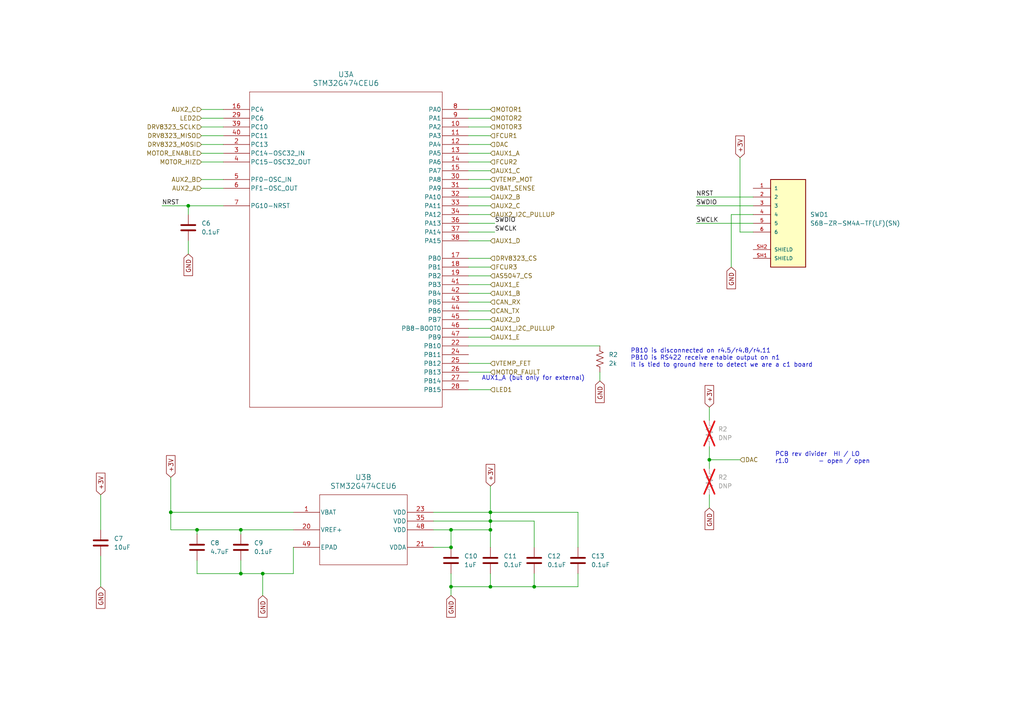
<source format=kicad_sch>
(kicad_sch (version 20230121) (generator eeschema)

  (uuid dd5144f5-b92c-4820-ac2c-f67cc71e4527)

  (paper "A4")

  (title_block
    (title "moteus-c1")
    (rev "1.0")
  )

  (lib_symbols
    (symbol "Device:C" (pin_numbers hide) (pin_names (offset 0.254)) (in_bom yes) (on_board yes)
      (property "Reference" "C" (at 0.635 2.54 0)
        (effects (font (size 1.27 1.27)) (justify left))
      )
      (property "Value" "C" (at 0.635 -2.54 0)
        (effects (font (size 1.27 1.27)) (justify left))
      )
      (property "Footprint" "" (at 0.9652 -3.81 0)
        (effects (font (size 1.27 1.27)) hide)
      )
      (property "Datasheet" "~" (at 0 0 0)
        (effects (font (size 1.27 1.27)) hide)
      )
      (property "ki_keywords" "cap capacitor" (at 0 0 0)
        (effects (font (size 1.27 1.27)) hide)
      )
      (property "ki_description" "Unpolarized capacitor" (at 0 0 0)
        (effects (font (size 1.27 1.27)) hide)
      )
      (property "ki_fp_filters" "C_*" (at 0 0 0)
        (effects (font (size 1.27 1.27)) hide)
      )
      (symbol "C_0_1"
        (polyline
          (pts
            (xy -2.032 -0.762)
            (xy 2.032 -0.762)
          )
          (stroke (width 0.508) (type default))
          (fill (type none))
        )
        (polyline
          (pts
            (xy -2.032 0.762)
            (xy 2.032 0.762)
          )
          (stroke (width 0.508) (type default))
          (fill (type none))
        )
      )
      (symbol "C_1_1"
        (pin passive line (at 0 3.81 270) (length 2.794)
          (name "~" (effects (font (size 1.27 1.27))))
          (number "1" (effects (font (size 1.27 1.27))))
        )
        (pin passive line (at 0 -3.81 90) (length 2.794)
          (name "~" (effects (font (size 1.27 1.27))))
          (number "2" (effects (font (size 1.27 1.27))))
        )
      )
    )
    (symbol "Device:R_US" (pin_numbers hide) (pin_names (offset 0)) (in_bom yes) (on_board yes)
      (property "Reference" "R" (at 2.54 0 90)
        (effects (font (size 1.27 1.27)))
      )
      (property "Value" "R_US" (at -2.54 0 90)
        (effects (font (size 1.27 1.27)))
      )
      (property "Footprint" "" (at 1.016 -0.254 90)
        (effects (font (size 1.27 1.27)) hide)
      )
      (property "Datasheet" "~" (at 0 0 0)
        (effects (font (size 1.27 1.27)) hide)
      )
      (property "ki_keywords" "R res resistor" (at 0 0 0)
        (effects (font (size 1.27 1.27)) hide)
      )
      (property "ki_description" "Resistor, US symbol" (at 0 0 0)
        (effects (font (size 1.27 1.27)) hide)
      )
      (property "ki_fp_filters" "R_*" (at 0 0 0)
        (effects (font (size 1.27 1.27)) hide)
      )
      (symbol "R_US_0_1"
        (polyline
          (pts
            (xy 0 -2.286)
            (xy 0 -2.54)
          )
          (stroke (width 0) (type default))
          (fill (type none))
        )
        (polyline
          (pts
            (xy 0 2.286)
            (xy 0 2.54)
          )
          (stroke (width 0) (type default))
          (fill (type none))
        )
        (polyline
          (pts
            (xy 0 -0.762)
            (xy 1.016 -1.143)
            (xy 0 -1.524)
            (xy -1.016 -1.905)
            (xy 0 -2.286)
          )
          (stroke (width 0) (type default))
          (fill (type none))
        )
        (polyline
          (pts
            (xy 0 0.762)
            (xy 1.016 0.381)
            (xy 0 0)
            (xy -1.016 -0.381)
            (xy 0 -0.762)
          )
          (stroke (width 0) (type default))
          (fill (type none))
        )
        (polyline
          (pts
            (xy 0 2.286)
            (xy 1.016 1.905)
            (xy 0 1.524)
            (xy -1.016 1.143)
            (xy 0 0.762)
          )
          (stroke (width 0) (type default))
          (fill (type none))
        )
      )
      (symbol "R_US_1_1"
        (pin passive line (at 0 3.81 270) (length 1.27)
          (name "~" (effects (font (size 1.27 1.27))))
          (number "1" (effects (font (size 1.27 1.27))))
        )
        (pin passive line (at 0 -3.81 90) (length 1.27)
          (name "~" (effects (font (size 1.27 1.27))))
          (number "2" (effects (font (size 1.27 1.27))))
        )
      )
    )
    (symbol "moteus:S6B-ZR-SM4A-TF(LF)(SN)" (pin_names (offset 1.016)) (in_bom yes) (on_board yes)
      (property "Reference" "J" (at -5.087 10.8098 0)
        (effects (font (size 1.27 1.27)) (justify left bottom))
      )
      (property "Value" "S6B-ZR-SM4A-TF(LF)(SN)" (at -5.08 -17.78 0)
        (effects (font (size 1.27 1.27)) (justify left bottom))
      )
      (property "Footprint" "S6B-ZR-SM4A-TF(LF)(SN):JST_S6B-ZR-SM4A-TF(LF)(SN)" (at 0 0 0)
        (effects (font (size 1.27 1.27)) (justify bottom) hide)
      )
      (property "Datasheet" "" (at 0 0 0)
        (effects (font (size 1.27 1.27)) hide)
      )
      (property "DigiKey_Part_Number" "" (at 0 0 0)
        (effects (font (size 1.27 1.27)) (justify bottom) hide)
      )
      (property "SnapEDA_Link" "https://www.snapeda.com/parts/S6B-ZR-SM4A-TF(LF)(SN)/JST+Sales+America+Inc./view-part/?ref=snap" (at 0 0 0)
        (effects (font (size 1.27 1.27)) (justify bottom) hide)
      )
      (property "Description" "\nConnector Header Surface Mount, Right Angle 6 position 0.059 (1.50mm)\n" (at 0 0 0)
        (effects (font (size 1.27 1.27)) (justify bottom) hide)
      )
      (property "Package" "None" (at 0 0 0)
        (effects (font (size 1.27 1.27)) (justify bottom) hide)
      )
      (property "Check_prices" "https://www.snapeda.com/parts/S6B-ZR-SM4A-TF(LF)(SN)/JST+Sales+America+Inc./view-part/?ref=eda" (at 0 0 0)
        (effects (font (size 1.27 1.27)) (justify bottom) hide)
      )
      (property "STANDARD" "Manufacturer recommendations" (at 0 0 0)
        (effects (font (size 1.27 1.27)) (justify bottom) hide)
      )
      (property "MF" "JST Sales America Inc." (at 0 0 0)
        (effects (font (size 1.27 1.27)) (justify bottom) hide)
      )
      (property "MP" "S6B-ZR-SM4A-TF(LF)(SN)" (at 0 0 0)
        (effects (font (size 1.27 1.27)) (justify bottom) hide)
      )
      (property "MANUFACTURER" "JST" (at 0 0 0)
        (effects (font (size 1.27 1.27)) (justify bottom) hide)
      )
      (symbol "S6B-ZR-SM4A-TF(LF)(SN)_0_0"
        (rectangle (start -5.08 10.16) (end 5.08 -15.24)
          (stroke (width 0.254) (type default))
          (fill (type background))
        )
        (pin passive line (at -10.16 7.62 0) (length 5.08)
          (name "1" (effects (font (size 1.016 1.016))))
          (number "1" (effects (font (size 1.016 1.016))))
        )
        (pin passive line (at -10.16 5.08 0) (length 5.08)
          (name "2" (effects (font (size 1.016 1.016))))
          (number "2" (effects (font (size 1.016 1.016))))
        )
        (pin passive line (at -10.16 2.54 0) (length 5.08)
          (name "3" (effects (font (size 1.016 1.016))))
          (number "3" (effects (font (size 1.016 1.016))))
        )
        (pin passive line (at -10.16 0 0) (length 5.08)
          (name "4" (effects (font (size 1.016 1.016))))
          (number "4" (effects (font (size 1.016 1.016))))
        )
        (pin passive line (at -10.16 -2.54 0) (length 5.08)
          (name "5" (effects (font (size 1.016 1.016))))
          (number "5" (effects (font (size 1.016 1.016))))
        )
        (pin passive line (at -10.16 -5.08 0) (length 5.08)
          (name "6" (effects (font (size 1.016 1.016))))
          (number "6" (effects (font (size 1.016 1.016))))
        )
        (pin passive line (at -10.16 -12.7 0) (length 5.08)
          (name "SHIELD" (effects (font (size 1.016 1.016))))
          (number "SH1" (effects (font (size 1.016 1.016))))
        )
        (pin passive line (at -10.16 -10.16 0) (length 5.08)
          (name "SHIELD" (effects (font (size 1.016 1.016))))
          (number "SH2" (effects (font (size 1.016 1.016))))
        )
      )
    )
    (symbol "moteus:STM32G474CEU6" (pin_names (offset 0.254)) (in_bom yes) (on_board yes)
      (property "Reference" "U" (at 35.56 10.16 0)
        (effects (font (size 1.524 1.524)))
      )
      (property "Value" "STM32G474CEU6" (at 35.56 7.62 0)
        (effects (font (size 1.524 1.524)))
      )
      (property "Footprint" "UFQFPN-48_7X7X0P55MM" (at 36.83 -83.82 0)
        (effects (font (size 1.27 1.27) italic) hide)
      )
      (property "Datasheet" "STM32G474CEU6" (at 33.02 -81.28 0)
        (effects (font (size 1.27 1.27) italic) hide)
      )
      (property "ki_locked" "" (at 0 0 0)
        (effects (font (size 1.27 1.27)))
      )
      (property "ki_keywords" "STM32G474CEU6" (at 0 0 0)
        (effects (font (size 1.27 1.27)) hide)
      )
      (property "ki_fp_filters" "UFQFPN-48_7X7X0P55MM UFQFPN-48_7X7X0P55MM-M UFQFPN-48_7X7X0P55MM-L" (at 0 0 0)
        (effects (font (size 1.27 1.27)) hide)
      )
      (symbol "STM32G474CEU6_1_1"
        (polyline
          (pts
            (xy 7.62 -86.36)
            (xy 63.5 -86.36)
          )
          (stroke (width 0.127) (type default))
          (fill (type none))
        )
        (polyline
          (pts
            (xy 7.62 5.08)
            (xy 7.62 -86.36)
          )
          (stroke (width 0.127) (type default))
          (fill (type none))
        )
        (polyline
          (pts
            (xy 63.5 -86.36)
            (xy 63.5 5.08)
          )
          (stroke (width 0.127) (type default))
          (fill (type none))
        )
        (polyline
          (pts
            (xy 63.5 5.08)
            (xy 7.62 5.08)
          )
          (stroke (width 0.127) (type default))
          (fill (type none))
        )
        (pin bidirectional line (at 0 -5.08 0) (length 7.62)
          (name "PA2" (effects (font (size 1.27 1.27))))
          (number "10" (effects (font (size 1.27 1.27))))
        )
        (pin bidirectional line (at 0 -7.62 0) (length 7.62)
          (name "PA3" (effects (font (size 1.27 1.27))))
          (number "11" (effects (font (size 1.27 1.27))))
        )
        (pin bidirectional line (at 0 -10.16 0) (length 7.62)
          (name "PA4" (effects (font (size 1.27 1.27))))
          (number "12" (effects (font (size 1.27 1.27))))
        )
        (pin bidirectional line (at 0 -12.7 0) (length 7.62)
          (name "PA5" (effects (font (size 1.27 1.27))))
          (number "13" (effects (font (size 1.27 1.27))))
        )
        (pin bidirectional line (at 0 -15.24 0) (length 7.62)
          (name "PA6" (effects (font (size 1.27 1.27))))
          (number "14" (effects (font (size 1.27 1.27))))
        )
        (pin bidirectional line (at 0 -17.78 0) (length 7.62)
          (name "PA7" (effects (font (size 1.27 1.27))))
          (number "15" (effects (font (size 1.27 1.27))))
        )
        (pin bidirectional line (at 71.12 0 180) (length 7.62)
          (name "PC4" (effects (font (size 1.27 1.27))))
          (number "16" (effects (font (size 1.27 1.27))))
        )
        (pin bidirectional line (at 0 -43.18 0) (length 7.62)
          (name "PB0" (effects (font (size 1.27 1.27))))
          (number "17" (effects (font (size 1.27 1.27))))
        )
        (pin bidirectional line (at 0 -45.72 0) (length 7.62)
          (name "PB1" (effects (font (size 1.27 1.27))))
          (number "18" (effects (font (size 1.27 1.27))))
        )
        (pin bidirectional line (at 0 -48.26 0) (length 7.62)
          (name "PB2" (effects (font (size 1.27 1.27))))
          (number "19" (effects (font (size 1.27 1.27))))
        )
        (pin bidirectional line (at 71.12 -10.16 180) (length 7.62)
          (name "PC13" (effects (font (size 1.27 1.27))))
          (number "2" (effects (font (size 1.27 1.27))))
        )
        (pin bidirectional line (at 0 -68.58 0) (length 7.62)
          (name "PB10" (effects (font (size 1.27 1.27))))
          (number "22" (effects (font (size 1.27 1.27))))
        )
        (pin bidirectional line (at 0 -71.12 0) (length 7.62)
          (name "PB11" (effects (font (size 1.27 1.27))))
          (number "24" (effects (font (size 1.27 1.27))))
        )
        (pin bidirectional line (at 0 -73.66 0) (length 7.62)
          (name "PB12" (effects (font (size 1.27 1.27))))
          (number "25" (effects (font (size 1.27 1.27))))
        )
        (pin bidirectional line (at 0 -76.2 0) (length 7.62)
          (name "PB13" (effects (font (size 1.27 1.27))))
          (number "26" (effects (font (size 1.27 1.27))))
        )
        (pin bidirectional line (at 0 -78.74 0) (length 7.62)
          (name "PB14" (effects (font (size 1.27 1.27))))
          (number "27" (effects (font (size 1.27 1.27))))
        )
        (pin bidirectional line (at 0 -81.28 0) (length 7.62)
          (name "PB15" (effects (font (size 1.27 1.27))))
          (number "28" (effects (font (size 1.27 1.27))))
        )
        (pin bidirectional line (at 71.12 -2.54 180) (length 7.62)
          (name "PC6" (effects (font (size 1.27 1.27))))
          (number "29" (effects (font (size 1.27 1.27))))
        )
        (pin bidirectional line (at 71.12 -12.7 180) (length 7.62)
          (name "PC14-OSC32_IN" (effects (font (size 1.27 1.27))))
          (number "3" (effects (font (size 1.27 1.27))))
        )
        (pin bidirectional line (at 0 -20.32 0) (length 7.62)
          (name "PA8" (effects (font (size 1.27 1.27))))
          (number "30" (effects (font (size 1.27 1.27))))
        )
        (pin bidirectional line (at 0 -22.86 0) (length 7.62)
          (name "PA9" (effects (font (size 1.27 1.27))))
          (number "31" (effects (font (size 1.27 1.27))))
        )
        (pin bidirectional line (at 0 -25.4 0) (length 7.62)
          (name "PA10" (effects (font (size 1.27 1.27))))
          (number "32" (effects (font (size 1.27 1.27))))
        )
        (pin bidirectional line (at 0 -27.94 0) (length 7.62)
          (name "PA11" (effects (font (size 1.27 1.27))))
          (number "33" (effects (font (size 1.27 1.27))))
        )
        (pin bidirectional line (at 0 -30.48 0) (length 7.62)
          (name "PA12" (effects (font (size 1.27 1.27))))
          (number "34" (effects (font (size 1.27 1.27))))
        )
        (pin bidirectional line (at 0 -33.02 0) (length 7.62)
          (name "PA13" (effects (font (size 1.27 1.27))))
          (number "36" (effects (font (size 1.27 1.27))))
        )
        (pin bidirectional line (at 0 -35.56 0) (length 7.62)
          (name "PA14" (effects (font (size 1.27 1.27))))
          (number "37" (effects (font (size 1.27 1.27))))
        )
        (pin bidirectional line (at 0 -38.1 0) (length 7.62)
          (name "PA15" (effects (font (size 1.27 1.27))))
          (number "38" (effects (font (size 1.27 1.27))))
        )
        (pin bidirectional line (at 71.12 -5.08 180) (length 7.62)
          (name "PC10" (effects (font (size 1.27 1.27))))
          (number "39" (effects (font (size 1.27 1.27))))
        )
        (pin bidirectional line (at 71.12 -15.24 180) (length 7.62)
          (name "PC15-OSC32_OUT" (effects (font (size 1.27 1.27))))
          (number "4" (effects (font (size 1.27 1.27))))
        )
        (pin bidirectional line (at 71.12 -7.62 180) (length 7.62)
          (name "PC11" (effects (font (size 1.27 1.27))))
          (number "40" (effects (font (size 1.27 1.27))))
        )
        (pin bidirectional line (at 0 -50.8 0) (length 7.62)
          (name "PB3" (effects (font (size 1.27 1.27))))
          (number "41" (effects (font (size 1.27 1.27))))
        )
        (pin bidirectional line (at 0 -53.34 0) (length 7.62)
          (name "PB4" (effects (font (size 1.27 1.27))))
          (number "42" (effects (font (size 1.27 1.27))))
        )
        (pin bidirectional line (at 0 -55.88 0) (length 7.62)
          (name "PB5" (effects (font (size 1.27 1.27))))
          (number "43" (effects (font (size 1.27 1.27))))
        )
        (pin bidirectional line (at 0 -58.42 0) (length 7.62)
          (name "PB6" (effects (font (size 1.27 1.27))))
          (number "44" (effects (font (size 1.27 1.27))))
        )
        (pin bidirectional line (at 0 -60.96 0) (length 7.62)
          (name "PB7" (effects (font (size 1.27 1.27))))
          (number "45" (effects (font (size 1.27 1.27))))
        )
        (pin bidirectional line (at 0 -63.5 0) (length 7.62)
          (name "PB8-BOOT0" (effects (font (size 1.27 1.27))))
          (number "46" (effects (font (size 1.27 1.27))))
        )
        (pin bidirectional line (at 0 -66.04 0) (length 7.62)
          (name "PB9" (effects (font (size 1.27 1.27))))
          (number "47" (effects (font (size 1.27 1.27))))
        )
        (pin bidirectional line (at 71.12 -20.32 180) (length 7.62)
          (name "PF0-OSC_IN" (effects (font (size 1.27 1.27))))
          (number "5" (effects (font (size 1.27 1.27))))
        )
        (pin bidirectional line (at 71.12 -22.86 180) (length 7.62)
          (name "PF1-OSC_OUT" (effects (font (size 1.27 1.27))))
          (number "6" (effects (font (size 1.27 1.27))))
        )
        (pin bidirectional line (at 71.12 -27.94 180) (length 7.62)
          (name "PG10-NRST" (effects (font (size 1.27 1.27))))
          (number "7" (effects (font (size 1.27 1.27))))
        )
        (pin bidirectional line (at 0 0 0) (length 7.62)
          (name "PA0" (effects (font (size 1.27 1.27))))
          (number "8" (effects (font (size 1.27 1.27))))
        )
        (pin bidirectional line (at 0 -2.54 0) (length 7.62)
          (name "PA1" (effects (font (size 1.27 1.27))))
          (number "9" (effects (font (size 1.27 1.27))))
        )
      )
      (symbol "STM32G474CEU6_2_1"
        (polyline
          (pts
            (xy 7.62 -15.24)
            (xy 33.02 -15.24)
          )
          (stroke (width 0.127) (type default))
          (fill (type none))
        )
        (polyline
          (pts
            (xy 7.62 5.08)
            (xy 7.62 -15.24)
          )
          (stroke (width 0.127) (type default))
          (fill (type none))
        )
        (polyline
          (pts
            (xy 33.02 -15.24)
            (xy 33.02 5.08)
          )
          (stroke (width 0.127) (type default))
          (fill (type none))
        )
        (polyline
          (pts
            (xy 33.02 5.08)
            (xy 7.62 5.08)
          )
          (stroke (width 0.127) (type default))
          (fill (type none))
        )
        (pin power_in line (at 0 0 0) (length 7.62)
          (name "VBAT" (effects (font (size 1.27 1.27))))
          (number "1" (effects (font (size 1.27 1.27))))
        )
        (pin power_in line (at 0 -5.08 0) (length 7.62)
          (name "VREF+" (effects (font (size 1.27 1.27))))
          (number "20" (effects (font (size 1.27 1.27))))
        )
        (pin power_in line (at 40.64 -10.16 180) (length 7.62)
          (name "VDDA" (effects (font (size 1.27 1.27))))
          (number "21" (effects (font (size 1.27 1.27))))
        )
        (pin power_in line (at 40.64 0 180) (length 7.62)
          (name "VDD" (effects (font (size 1.27 1.27))))
          (number "23" (effects (font (size 1.27 1.27))))
        )
        (pin power_in line (at 40.64 -2.54 180) (length 7.62)
          (name "VDD" (effects (font (size 1.27 1.27))))
          (number "35" (effects (font (size 1.27 1.27))))
        )
        (pin power_in line (at 40.64 -5.08 180) (length 7.62)
          (name "VDD" (effects (font (size 1.27 1.27))))
          (number "48" (effects (font (size 1.27 1.27))))
        )
        (pin unspecified line (at 0 -10.16 0) (length 7.62)
          (name "EPAD" (effects (font (size 1.27 1.27))))
          (number "49" (effects (font (size 1.27 1.27))))
        )
      )
    )
  )

  (junction (at 142.24 148.59) (diameter 0) (color 0 0 0 0)
    (uuid 03104c7c-0ad5-4acd-a2a1-c9fd527a1fb6)
  )
  (junction (at 154.94 170.18) (diameter 0) (color 0 0 0 0)
    (uuid 4920f171-3472-411e-81da-4d4e0d3cfb42)
  )
  (junction (at 205.74 133.35) (diameter 0) (color 0 0 0 0)
    (uuid 53949058-0e1d-40c3-876c-fdba2117a9a3)
  )
  (junction (at 142.24 170.18) (diameter 0) (color 0 0 0 0)
    (uuid 5b95ea9a-918d-4707-b1b4-3fae35d863f4)
  )
  (junction (at 142.24 153.67) (diameter 0) (color 0 0 0 0)
    (uuid 5c85a3c9-155e-4e40-b7fe-563b35c014ae)
  )
  (junction (at 69.85 166.37) (diameter 0) (color 0 0 0 0)
    (uuid 5d43156f-c6d4-407c-b73d-1f56ec5def1f)
  )
  (junction (at 76.2 166.37) (diameter 0) (color 0 0 0 0)
    (uuid 5f9d700c-2850-4dc1-a78a-fa2e5e8f0ddf)
  )
  (junction (at 69.85 153.67) (diameter 0) (color 0 0 0 0)
    (uuid 69c19a07-0d67-40e9-9223-d8610c925cc9)
  )
  (junction (at 49.53 148.59) (diameter 0) (color 0 0 0 0)
    (uuid 8ab201df-772d-48d8-a6a3-75ede71e875a)
  )
  (junction (at 130.81 153.67) (diameter 0) (color 0 0 0 0)
    (uuid 8fe3cb30-dbf1-4c71-98d4-6486265ae47d)
  )
  (junction (at 142.24 151.13) (diameter 0) (color 0 0 0 0)
    (uuid a6124a13-a8b5-410b-a7a6-b6789201a8ad)
  )
  (junction (at 130.81 170.18) (diameter 0) (color 0 0 0 0)
    (uuid a7efc5d0-4b03-4ab2-8170-951c1f71267e)
  )
  (junction (at 54.61 59.69) (diameter 0) (color 0 0 0 0)
    (uuid b066332a-d3b7-4bc6-9039-4a6336b3c83e)
  )
  (junction (at 130.81 158.75) (diameter 0) (color 0 0 0 0)
    (uuid daf7a0f5-2c5d-4cc1-ad7f-d76a1723cb68)
  )
  (junction (at 57.15 153.67) (diameter 0) (color 0 0 0 0)
    (uuid fb14e20a-9d44-4123-a50a-e44185d51278)
  )

  (wire (pts (xy 135.89 46.99) (xy 142.24 46.99))
    (stroke (width 0) (type default))
    (uuid 013beccb-2dde-4990-8151-b2d96e98912b)
  )
  (wire (pts (xy 135.89 62.23) (xy 142.24 62.23))
    (stroke (width 0) (type default))
    (uuid 02a97c38-03f8-4d65-8284-c6f1671d5d73)
  )
  (wire (pts (xy 154.94 170.18) (xy 154.94 166.37))
    (stroke (width 0) (type default))
    (uuid 0797fbf8-7a66-4345-af41-8d160ead0869)
  )
  (wire (pts (xy 69.85 166.37) (xy 76.2 166.37))
    (stroke (width 0) (type default))
    (uuid 090f474e-edf5-46d2-b9e3-21f1400812f5)
  )
  (wire (pts (xy 58.42 31.75) (xy 64.77 31.75))
    (stroke (width 0) (type default))
    (uuid 0980c3a3-22f6-45d3-80d9-6bbcc42a5b2e)
  )
  (wire (pts (xy 57.15 153.67) (xy 57.15 154.94))
    (stroke (width 0) (type default))
    (uuid 0af79fb6-aff4-40f6-9198-3b77c2a28522)
  )
  (wire (pts (xy 142.24 153.67) (xy 142.24 158.75))
    (stroke (width 0) (type default))
    (uuid 0cbbfb96-3ae6-474c-b062-72f69bd42879)
  )
  (wire (pts (xy 135.89 59.69) (xy 142.24 59.69))
    (stroke (width 0) (type default))
    (uuid 0dedbe62-eff2-4f1b-93f8-ee81396b2d54)
  )
  (wire (pts (xy 135.89 113.03) (xy 142.24 113.03))
    (stroke (width 0) (type default))
    (uuid 0e1c498d-53eb-4a51-aaaa-f30d35559712)
  )
  (wire (pts (xy 135.89 36.83) (xy 142.24 36.83))
    (stroke (width 0) (type default))
    (uuid 0fbfdfae-ecc9-4f86-ab33-a844f9ead130)
  )
  (wire (pts (xy 46.99 59.69) (xy 54.61 59.69))
    (stroke (width 0) (type default))
    (uuid 1093126e-449e-4ce3-ba79-2bf1a1d4e6f2)
  )
  (wire (pts (xy 142.24 170.18) (xy 142.24 166.37))
    (stroke (width 0) (type default))
    (uuid 110aade3-34dd-431c-82b0-fe5cb047fe00)
  )
  (wire (pts (xy 135.89 95.25) (xy 142.24 95.25))
    (stroke (width 0) (type default))
    (uuid 1d866785-e48b-4f24-b502-fa0db97df0a3)
  )
  (wire (pts (xy 57.15 153.67) (xy 49.53 153.67))
    (stroke (width 0) (type default))
    (uuid 2555a5e6-0120-4b3c-9777-6d640f8038e4)
  )
  (wire (pts (xy 142.24 148.59) (xy 142.24 151.13))
    (stroke (width 0) (type default))
    (uuid 2761c314-452e-4545-8457-84da1c61ce40)
  )
  (wire (pts (xy 205.74 118.11) (xy 205.74 121.92))
    (stroke (width 0) (type default))
    (uuid 2835bf20-8792-4d1d-a3af-df8ec2910e50)
  )
  (wire (pts (xy 69.85 162.56) (xy 69.85 166.37))
    (stroke (width 0) (type default))
    (uuid 3232af57-7cc2-473e-bc64-69a1102843b0)
  )
  (wire (pts (xy 173.99 107.95) (xy 173.99 110.49))
    (stroke (width 0) (type default))
    (uuid 347c514d-7eb2-45d7-9681-f12c6005af04)
  )
  (wire (pts (xy 29.21 161.29) (xy 29.21 170.18))
    (stroke (width 0) (type default))
    (uuid 35098ba1-7a7a-4bbb-9300-f29129380417)
  )
  (wire (pts (xy 218.44 62.23) (xy 212.09 62.23))
    (stroke (width 0) (type default))
    (uuid 36ccb71d-b71b-45eb-af7a-98011a9b6798)
  )
  (wire (pts (xy 54.61 62.23) (xy 54.61 59.69))
    (stroke (width 0) (type default))
    (uuid 380b1e9a-0bcd-4b2b-93d8-46ff6255e3cf)
  )
  (wire (pts (xy 154.94 170.18) (xy 167.64 170.18))
    (stroke (width 0) (type default))
    (uuid 3865672f-3ebd-4a24-ba46-439284e4c2ec)
  )
  (wire (pts (xy 76.2 166.37) (xy 76.2 172.72))
    (stroke (width 0) (type default))
    (uuid 3b8c2e37-453c-4338-8132-c190f98f0965)
  )
  (wire (pts (xy 135.89 57.15) (xy 142.24 57.15))
    (stroke (width 0) (type default))
    (uuid 3beced82-8305-4c2f-be8e-41d2227a2c89)
  )
  (wire (pts (xy 154.94 151.13) (xy 154.94 158.75))
    (stroke (width 0) (type default))
    (uuid 3ccd304f-aedf-4c10-b0ad-49437650f984)
  )
  (wire (pts (xy 135.89 31.75) (xy 142.24 31.75))
    (stroke (width 0) (type default))
    (uuid 47e2316e-77a0-49a3-b044-335a8d260f3d)
  )
  (wire (pts (xy 69.85 153.67) (xy 69.85 154.94))
    (stroke (width 0) (type default))
    (uuid 4ef8af5e-f42a-410b-abef-c314142535d0)
  )
  (wire (pts (xy 135.89 100.33) (xy 173.99 100.33))
    (stroke (width 0) (type default))
    (uuid 503fc39b-d994-4fdf-855b-090e87a8e38a)
  )
  (wire (pts (xy 57.15 166.37) (xy 69.85 166.37))
    (stroke (width 0) (type default))
    (uuid 514b169a-f941-4fdc-a4cc-13d3474049a0)
  )
  (wire (pts (xy 135.89 52.07) (xy 142.24 52.07))
    (stroke (width 0) (type default))
    (uuid 54734366-159f-4e71-b4a9-c576d5290a83)
  )
  (wire (pts (xy 135.89 90.17) (xy 142.24 90.17))
    (stroke (width 0) (type default))
    (uuid 5b0d9555-8893-4b11-9757-43a01262db40)
  )
  (wire (pts (xy 142.24 151.13) (xy 154.94 151.13))
    (stroke (width 0) (type default))
    (uuid 65052924-b9ba-4d0d-8d55-639b86c5bd3c)
  )
  (wire (pts (xy 58.42 36.83) (xy 64.77 36.83))
    (stroke (width 0) (type default))
    (uuid 65c3cb13-58ed-412b-ab3e-4d57286ad506)
  )
  (wire (pts (xy 201.93 59.69) (xy 218.44 59.69))
    (stroke (width 0) (type default))
    (uuid 65fb3027-d2f0-4c5e-a19f-ec5d588f650c)
  )
  (wire (pts (xy 58.42 34.29) (xy 64.77 34.29))
    (stroke (width 0) (type default))
    (uuid 6a96ac82-bf8b-457d-822e-91a0a4b2b8ea)
  )
  (wire (pts (xy 69.85 153.67) (xy 57.15 153.67))
    (stroke (width 0) (type default))
    (uuid 6adf0b3c-091f-4b9c-bc2b-9a934cc7b2d8)
  )
  (wire (pts (xy 49.53 153.67) (xy 49.53 148.59))
    (stroke (width 0) (type default))
    (uuid 70e60f8d-b8b4-43fc-92b3-6e360e7eef6a)
  )
  (wire (pts (xy 142.24 151.13) (xy 142.24 153.67))
    (stroke (width 0) (type default))
    (uuid 73981c60-3977-4d8d-9ff2-54036fd805a5)
  )
  (wire (pts (xy 135.89 54.61) (xy 142.24 54.61))
    (stroke (width 0) (type default))
    (uuid 78c2fc21-b139-4559-8e52-c4eced2185cd)
  )
  (wire (pts (xy 130.81 153.67) (xy 142.24 153.67))
    (stroke (width 0) (type default))
    (uuid 7d594f0f-85e9-4fdf-b8e3-efe6653dd77b)
  )
  (wire (pts (xy 135.89 85.09) (xy 142.24 85.09))
    (stroke (width 0) (type default))
    (uuid 7dcfa6f5-05a7-4693-94dc-f34d171d7fbe)
  )
  (wire (pts (xy 125.73 148.59) (xy 142.24 148.59))
    (stroke (width 0) (type default))
    (uuid 7eb74cd3-6ebf-4630-b7df-6037266d8e1e)
  )
  (wire (pts (xy 135.89 82.55) (xy 142.24 82.55))
    (stroke (width 0) (type default))
    (uuid 7f77f2e7-324e-4466-94f7-b5ec1723b65a)
  )
  (wire (pts (xy 205.74 143.51) (xy 205.74 147.32))
    (stroke (width 0) (type default))
    (uuid 85c35763-0ca4-4db5-86f0-b8177d36016c)
  )
  (wire (pts (xy 135.89 69.85) (xy 142.24 69.85))
    (stroke (width 0) (type default))
    (uuid 87f15986-d1a7-4d43-aca1-0e2cb3b8128f)
  )
  (wire (pts (xy 201.93 57.15) (xy 218.44 57.15))
    (stroke (width 0) (type default))
    (uuid 88e93f2e-9d8f-446b-baee-a6cabc026501)
  )
  (wire (pts (xy 135.89 49.53) (xy 142.24 49.53))
    (stroke (width 0) (type default))
    (uuid 8abbdd02-c97b-46df-a9cf-910f0affa7bf)
  )
  (wire (pts (xy 135.89 97.79) (xy 142.24 97.79))
    (stroke (width 0) (type default))
    (uuid 8b5a41f3-1c2d-4a92-857d-4cb48164a30a)
  )
  (wire (pts (xy 135.89 44.45) (xy 142.24 44.45))
    (stroke (width 0) (type default))
    (uuid 8d9e722b-7548-4a47-9f32-c042b6649e8b)
  )
  (wire (pts (xy 57.15 162.56) (xy 57.15 166.37))
    (stroke (width 0) (type default))
    (uuid 90fd8030-9f77-40b9-a9c1-fccd07502dd9)
  )
  (wire (pts (xy 205.74 133.35) (xy 205.74 135.89))
    (stroke (width 0) (type default))
    (uuid 9a16fa65-c06a-4bcc-8257-6d15e8f41c1a)
  )
  (wire (pts (xy 135.89 64.77) (xy 143.51 64.77))
    (stroke (width 0) (type default))
    (uuid 9a2006a7-9643-4eca-abac-55cb314a09b4)
  )
  (wire (pts (xy 58.42 39.37) (xy 64.77 39.37))
    (stroke (width 0) (type default))
    (uuid 9f3692c2-e52b-4f2c-9cb0-cd1af1bdf8e5)
  )
  (wire (pts (xy 49.53 138.43) (xy 49.53 148.59))
    (stroke (width 0) (type default))
    (uuid a15d31f1-48a3-4a87-8dd9-96e71b77ecbb)
  )
  (wire (pts (xy 130.81 158.75) (xy 130.81 153.67))
    (stroke (width 0) (type default))
    (uuid a224fa36-2f32-4417-b0e3-185c858dca2d)
  )
  (wire (pts (xy 85.09 158.75) (xy 85.09 166.37))
    (stroke (width 0) (type default))
    (uuid a574db76-cbc2-4fab-9f78-9c0c8aafa2aa)
  )
  (wire (pts (xy 135.89 87.63) (xy 142.24 87.63))
    (stroke (width 0) (type default))
    (uuid a578caf1-6633-487a-a5d7-08aaf6b6ff1e)
  )
  (wire (pts (xy 214.63 67.31) (xy 218.44 67.31))
    (stroke (width 0) (type default))
    (uuid a7381f8a-6aa3-46a6-bfc1-e3cd1ced5b40)
  )
  (wire (pts (xy 135.89 67.31) (xy 143.51 67.31))
    (stroke (width 0) (type default))
    (uuid a74b6679-fd4d-4b30-b9b8-24d7be3c15a6)
  )
  (wire (pts (xy 135.89 105.41) (xy 142.24 105.41))
    (stroke (width 0) (type default))
    (uuid a7fa5a54-ea2e-4746-8bb7-62ee2e210aeb)
  )
  (wire (pts (xy 58.42 41.91) (xy 64.77 41.91))
    (stroke (width 0) (type default))
    (uuid a8795bd6-9d5e-4fd9-a001-17ec545eeee0)
  )
  (wire (pts (xy 85.09 153.67) (xy 69.85 153.67))
    (stroke (width 0) (type default))
    (uuid ab367e96-af58-4a8f-bfe2-54eb9e73c35c)
  )
  (wire (pts (xy 201.93 64.77) (xy 218.44 64.77))
    (stroke (width 0) (type default))
    (uuid aee9d42e-0f72-4985-a760-de6fc62d483b)
  )
  (wire (pts (xy 142.24 148.59) (xy 167.64 148.59))
    (stroke (width 0) (type default))
    (uuid af207a12-1887-4764-8b14-177a7e1a083a)
  )
  (wire (pts (xy 130.81 170.18) (xy 130.81 172.72))
    (stroke (width 0) (type default))
    (uuid b0f84971-f564-4e47-a335-0baee527ba81)
  )
  (wire (pts (xy 135.89 41.91) (xy 142.24 41.91))
    (stroke (width 0) (type default))
    (uuid b396523f-65c2-4cfa-8ce7-48900bb03064)
  )
  (wire (pts (xy 135.89 107.95) (xy 142.24 107.95))
    (stroke (width 0) (type default))
    (uuid bb56b311-4ecf-4be2-abf4-86e25d01c09f)
  )
  (wire (pts (xy 205.74 133.35) (xy 214.63 133.35))
    (stroke (width 0) (type default))
    (uuid befb9e92-f5da-4f0e-a420-2998c5d53bd1)
  )
  (wire (pts (xy 205.74 129.54) (xy 205.74 133.35))
    (stroke (width 0) (type default))
    (uuid c04d013c-229c-4acb-a332-56d2b9ee4010)
  )
  (wire (pts (xy 130.81 170.18) (xy 142.24 170.18))
    (stroke (width 0) (type default))
    (uuid c152d52a-06c0-4683-85f7-3916b25ac111)
  )
  (wire (pts (xy 167.64 148.59) (xy 167.64 158.75))
    (stroke (width 0) (type default))
    (uuid c5e4e74f-ea1a-4a9c-8226-67e0580519ee)
  )
  (wire (pts (xy 125.73 151.13) (xy 142.24 151.13))
    (stroke (width 0) (type default))
    (uuid c617af36-60f5-4a21-a274-143f24fdcb97)
  )
  (wire (pts (xy 29.21 143.51) (xy 29.21 153.67))
    (stroke (width 0) (type default))
    (uuid cb03243c-bc5e-4e42-8f10-6013f21c6209)
  )
  (wire (pts (xy 135.89 74.93) (xy 142.24 74.93))
    (stroke (width 0) (type default))
    (uuid cba467dc-5775-474e-938a-0c48bcb9b469)
  )
  (wire (pts (xy 135.89 92.71) (xy 142.24 92.71))
    (stroke (width 0) (type default))
    (uuid cd6b7466-5979-43c1-b611-4f1fe757defe)
  )
  (wire (pts (xy 214.63 45.72) (xy 214.63 67.31))
    (stroke (width 0) (type default))
    (uuid ceb2e626-7ee7-40be-bea0-31541a7bb777)
  )
  (wire (pts (xy 125.73 153.67) (xy 130.81 153.67))
    (stroke (width 0) (type default))
    (uuid cfb112d9-c9c4-4b69-89f6-3672d073e62d)
  )
  (wire (pts (xy 142.24 170.18) (xy 154.94 170.18))
    (stroke (width 0) (type default))
    (uuid d235fb4a-9ddd-45f7-9a0f-a41cd013e80e)
  )
  (wire (pts (xy 135.89 80.01) (xy 142.24 80.01))
    (stroke (width 0) (type default))
    (uuid d5d94b9d-55a1-4fa5-89a5-bc8eff5a98d2)
  )
  (wire (pts (xy 135.89 39.37) (xy 142.24 39.37))
    (stroke (width 0) (type default))
    (uuid d9d916a5-4afe-48c4-96e9-2ee4b5300963)
  )
  (wire (pts (xy 212.09 62.23) (xy 212.09 77.47))
    (stroke (width 0) (type default))
    (uuid dbc22388-8877-4858-a7c1-3ee449952621)
  )
  (wire (pts (xy 167.64 170.18) (xy 167.64 166.37))
    (stroke (width 0) (type default))
    (uuid ddb8bd76-2659-40b7-971f-36972e0e364a)
  )
  (wire (pts (xy 135.89 34.29) (xy 142.24 34.29))
    (stroke (width 0) (type default))
    (uuid e2351335-523f-4f3d-b67c-4473c225c048)
  )
  (wire (pts (xy 142.24 140.97) (xy 142.24 148.59))
    (stroke (width 0) (type default))
    (uuid e5dd8d90-a53b-4ab0-9731-48717c4c521d)
  )
  (wire (pts (xy 58.42 52.07) (xy 64.77 52.07))
    (stroke (width 0) (type default))
    (uuid e93fc9b4-0783-4f9e-8eef-0d3dd4999b14)
  )
  (wire (pts (xy 76.2 166.37) (xy 85.09 166.37))
    (stroke (width 0) (type default))
    (uuid ebdd4abe-f7d0-49af-9929-5c84ca62c994)
  )
  (wire (pts (xy 125.73 158.75) (xy 130.81 158.75))
    (stroke (width 0) (type default))
    (uuid ed5011dd-eef0-41b1-af19-cde011b0198c)
  )
  (wire (pts (xy 58.42 46.99) (xy 64.77 46.99))
    (stroke (width 0) (type default))
    (uuid eec22336-3463-4c34-a235-1f94a664d00c)
  )
  (wire (pts (xy 54.61 59.69) (xy 64.77 59.69))
    (stroke (width 0) (type default))
    (uuid f03c5ab0-5d23-4ec4-adc7-a7c8bada6832)
  )
  (wire (pts (xy 54.61 69.85) (xy 54.61 73.66))
    (stroke (width 0) (type default))
    (uuid f1683bd2-ef08-4248-a778-a40bca6ac36e)
  )
  (wire (pts (xy 49.53 148.59) (xy 85.09 148.59))
    (stroke (width 0) (type default))
    (uuid f245dc13-028e-4e05-9347-d3bedb06a2bf)
  )
  (wire (pts (xy 130.81 166.37) (xy 130.81 170.18))
    (stroke (width 0) (type default))
    (uuid f307565c-af48-413a-9d10-f5d9b8f86066)
  )
  (wire (pts (xy 58.42 44.45) (xy 64.77 44.45))
    (stroke (width 0) (type default))
    (uuid f6faac44-472d-4d19-ab88-0d3af4c57228)
  )
  (wire (pts (xy 58.42 54.61) (xy 64.77 54.61))
    (stroke (width 0) (type default))
    (uuid f9a6af2e-aad2-45b1-85d7-d0a101366550)
  )
  (wire (pts (xy 135.89 77.47) (xy 142.24 77.47))
    (stroke (width 0) (type default))
    (uuid fc631a36-1876-4c0a-957c-c54a6e03c4cb)
  )

  (text "PB10 is disconnected on r4.5/r4.8/r4.11\nPB10 is RS422 receive enable output on n1\nIt is tied to ground here to detect we are a c1 board"
    (at 182.88 106.68 0)
    (effects (font (size 1.27 1.27)) (justify left bottom))
    (uuid 1137aa72-1768-4d59-a38e-156c40a821bf)
  )
  (text "PCB rev divider  HI / LO\nr1.0         - open / open"
    (at 224.79 134.62 0)
    (effects (font (size 1.27 1.27)) (justify left bottom))
    (uuid 14768489-372b-4416-9724-78481269d9f6)
  )
  (text "AUX1_A (but only for external)" (at 139.7 110.49 0)
    (effects (font (size 1.27 1.27)) (justify left bottom))
    (uuid 524f703d-0f37-47dd-aaf5-0c14acb3abd9)
  )

  (label "SWDIO" (at 201.93 59.69 0) (fields_autoplaced)
    (effects (font (size 1.27 1.27)) (justify left bottom))
    (uuid 01814e43-faac-4ca7-a9ca-6afca1562c09)
  )
  (label "SWDIO" (at 143.51 64.77 0) (fields_autoplaced)
    (effects (font (size 1.27 1.27)) (justify left bottom))
    (uuid 10f9e938-be41-40c7-9272-c8d1bc3cad59)
  )
  (label "SWCLK" (at 143.51 67.31 0) (fields_autoplaced)
    (effects (font (size 1.27 1.27)) (justify left bottom))
    (uuid 3527fe02-9b7f-4a58-bc00-bbaa96a29882)
  )
  (label "NRST" (at 201.93 57.15 0) (fields_autoplaced)
    (effects (font (size 1.27 1.27)) (justify left bottom))
    (uuid 677ceaee-627c-4b26-8bc6-debbd2af7b54)
  )
  (label "NRST" (at 46.99 59.69 0) (fields_autoplaced)
    (effects (font (size 1.27 1.27)) (justify left bottom))
    (uuid 7b4d51f1-8aee-460f-9237-ea5030439d3d)
  )
  (label "SWCLK" (at 201.93 64.77 0) (fields_autoplaced)
    (effects (font (size 1.27 1.27)) (justify left bottom))
    (uuid 85d769fb-46bd-48bc-9621-c6f636e68c33)
  )

  (global_label "GND" (shape input) (at 205.74 147.32 270) (fields_autoplaced)
    (effects (font (size 1.27 1.27)) (justify right))
    (uuid 0a0d8463-d97a-454c-8cf7-d09a9a39e11b)
    (property "Intersheetrefs" "${INTERSHEET_REFS}" (at 205.74 154.1757 90)
      (effects (font (size 1.27 1.27)) (justify right) hide)
    )
  )
  (global_label "GND" (shape input) (at 212.09 77.47 270) (fields_autoplaced)
    (effects (font (size 1.27 1.27)) (justify right))
    (uuid 15d99d99-e703-4b8a-8a18-bd4d6c180abf)
    (property "Intersheetrefs" "${INTERSHEET_REFS}" (at 212.09 84.3257 90)
      (effects (font (size 1.27 1.27)) (justify right) hide)
    )
  )
  (global_label "GND" (shape input) (at 54.61 73.66 270) (fields_autoplaced)
    (effects (font (size 1.27 1.27)) (justify right))
    (uuid 1ec15915-c0b6-4375-ac77-a55f1a29dc37)
    (property "Intersheetrefs" "${INTERSHEET_REFS}" (at 54.61 80.5157 90)
      (effects (font (size 1.27 1.27)) (justify right) hide)
    )
  )
  (global_label "+3V" (shape input) (at 142.24 140.97 90) (fields_autoplaced)
    (effects (font (size 1.27 1.27)) (justify left))
    (uuid 280618c6-8703-48e2-80b9-c3ceaa9363b0)
    (property "Intersheetrefs" "${INTERSHEET_REFS}" (at 142.24 134.1143 90)
      (effects (font (size 1.27 1.27)) (justify left) hide)
    )
  )
  (global_label "+3V" (shape input) (at 49.53 138.43 90) (fields_autoplaced)
    (effects (font (size 1.27 1.27)) (justify left))
    (uuid 42654ca6-8dc3-4fd4-a269-bb06e7589e53)
    (property "Intersheetrefs" "${INTERSHEET_REFS}" (at 49.53 131.5743 90)
      (effects (font (size 1.27 1.27)) (justify left) hide)
    )
  )
  (global_label "GND" (shape input) (at 29.21 170.18 270) (fields_autoplaced)
    (effects (font (size 1.27 1.27)) (justify right))
    (uuid 64aa1ef5-e2a2-4e79-937e-81bffdf43496)
    (property "Intersheetrefs" "${INTERSHEET_REFS}" (at 29.21 177.0357 90)
      (effects (font (size 1.27 1.27)) (justify right) hide)
    )
  )
  (global_label "GND" (shape input) (at 173.99 110.49 270) (fields_autoplaced)
    (effects (font (size 1.27 1.27)) (justify right))
    (uuid 850b4ed3-bce6-440c-a0c5-16716e922a1a)
    (property "Intersheetrefs" "${INTERSHEET_REFS}" (at 173.99 117.3457 90)
      (effects (font (size 1.27 1.27)) (justify right) hide)
    )
  )
  (global_label "+3V" (shape input) (at 205.74 118.11 90) (fields_autoplaced)
    (effects (font (size 1.27 1.27)) (justify left))
    (uuid 8a7a4569-ad45-448b-8a87-ae2240880a67)
    (property "Intersheetrefs" "${INTERSHEET_REFS}" (at 205.74 111.2543 90)
      (effects (font (size 1.27 1.27)) (justify left) hide)
    )
  )
  (global_label "+3V" (shape input) (at 214.63 45.72 90) (fields_autoplaced)
    (effects (font (size 1.27 1.27)) (justify left))
    (uuid 93bfce19-bf45-4489-a5d3-bfcc7556b834)
    (property "Intersheetrefs" "${INTERSHEET_REFS}" (at 214.63 38.8643 90)
      (effects (font (size 1.27 1.27)) (justify left) hide)
    )
  )
  (global_label "+3V" (shape input) (at 29.21 143.51 90) (fields_autoplaced)
    (effects (font (size 1.27 1.27)) (justify left))
    (uuid 9ad5c4bb-b0cf-4bbd-9501-b4753db1a97e)
    (property "Intersheetrefs" "${INTERSHEET_REFS}" (at 29.21 136.6543 90)
      (effects (font (size 1.27 1.27)) (justify left) hide)
    )
  )
  (global_label "GND" (shape input) (at 76.2 172.72 270) (fields_autoplaced)
    (effects (font (size 1.27 1.27)) (justify right))
    (uuid b36a040d-4c7b-47ac-a172-4a1b63778112)
    (property "Intersheetrefs" "${INTERSHEET_REFS}" (at 76.2 179.5757 90)
      (effects (font (size 1.27 1.27)) (justify right) hide)
    )
  )
  (global_label "GND" (shape input) (at 130.81 172.72 270) (fields_autoplaced)
    (effects (font (size 1.27 1.27)) (justify right))
    (uuid fd0067f2-b702-4fff-811b-c8aadad68ef6)
    (property "Intersheetrefs" "${INTERSHEET_REFS}" (at 130.81 179.5757 90)
      (effects (font (size 1.27 1.27)) (justify right) hide)
    )
  )

  (hierarchical_label "DRV8323_CS" (shape input) (at 142.24 74.93 0) (fields_autoplaced)
    (effects (font (size 1.27 1.27)) (justify left))
    (uuid 0332d649-1c8f-4144-9b78-1867d27c9c99)
  )
  (hierarchical_label "VTEMP_FET" (shape input) (at 142.24 105.41 0) (fields_autoplaced)
    (effects (font (size 1.27 1.27)) (justify left))
    (uuid 07b7b67d-a6e4-4b54-85d2-4614766eda6e)
  )
  (hierarchical_label "AUX2_B" (shape input) (at 58.42 52.07 180) (fields_autoplaced)
    (effects (font (size 1.27 1.27)) (justify right))
    (uuid 0a7e85ce-927b-47de-b109-d131673bbe33)
  )
  (hierarchical_label "AUX1_E" (shape input) (at 142.24 97.79 0) (fields_autoplaced)
    (effects (font (size 1.27 1.27)) (justify left))
    (uuid 18ac0888-8484-40c2-b975-4c759cc9d0c3)
  )
  (hierarchical_label "MOTOR_ENABLE" (shape input) (at 58.42 44.45 180) (fields_autoplaced)
    (effects (font (size 1.27 1.27)) (justify right))
    (uuid 222273e5-72a3-4859-9858-c122ae1d764d)
  )
  (hierarchical_label "AUX2_A" (shape input) (at 58.42 54.61 180) (fields_autoplaced)
    (effects (font (size 1.27 1.27)) (justify right))
    (uuid 25101c49-847f-4b47-bfc6-20a8c9af675d)
  )
  (hierarchical_label "FCUR3" (shape input) (at 142.24 77.47 0) (fields_autoplaced)
    (effects (font (size 1.27 1.27)) (justify left))
    (uuid 355f4eff-87d0-4736-8db4-b23c04b85e83)
  )
  (hierarchical_label "FCUR1" (shape input) (at 142.24 39.37 0) (fields_autoplaced)
    (effects (font (size 1.27 1.27)) (justify left))
    (uuid 3d3b16e6-0af8-4b96-a956-7472c4282cab)
  )
  (hierarchical_label "AS5047_CS" (shape input) (at 142.24 80.01 0) (fields_autoplaced)
    (effects (font (size 1.27 1.27)) (justify left))
    (uuid 3f16bc4f-df8c-481f-88dd-648244414a8d)
  )
  (hierarchical_label "LED2" (shape input) (at 58.42 34.29 180) (fields_autoplaced)
    (effects (font (size 1.27 1.27)) (justify right))
    (uuid 470ba4ac-2a31-4171-ae6d-92acf84baae8)
  )
  (hierarchical_label "DRV8323_MISO" (shape input) (at 58.42 39.37 180) (fields_autoplaced)
    (effects (font (size 1.27 1.27)) (justify right))
    (uuid 4d64463b-8818-4847-b0b2-fbf77f94363a)
  )
  (hierarchical_label "DRV8323_SCLK" (shape input) (at 58.42 36.83 180) (fields_autoplaced)
    (effects (font (size 1.27 1.27)) (justify right))
    (uuid 61521e8e-d7ab-43d5-9295-7dab5ef9fa1e)
  )
  (hierarchical_label "AUX1_C" (shape input) (at 142.24 49.53 0) (fields_autoplaced)
    (effects (font (size 1.27 1.27)) (justify left))
    (uuid 663bf783-418a-4d59-8eba-40a5c47bd7e2)
  )
  (hierarchical_label "AUX2_C" (shape input) (at 142.24 59.69 0) (fields_autoplaced)
    (effects (font (size 1.27 1.27)) (justify left))
    (uuid 682fd7cb-8f13-43e1-9ed3-c9fd4546e041)
  )
  (hierarchical_label "VBAT_SENSE" (shape input) (at 142.24 54.61 0) (fields_autoplaced)
    (effects (font (size 1.27 1.27)) (justify left))
    (uuid 6fff8bd7-9658-467b-8058-778c19534549)
  )
  (hierarchical_label "MOTOR1" (shape input) (at 142.24 31.75 0) (fields_autoplaced)
    (effects (font (size 1.27 1.27)) (justify left))
    (uuid 79715535-e228-45e4-a906-26267893dde9)
  )
  (hierarchical_label "MOTOR2" (shape input) (at 142.24 34.29 0) (fields_autoplaced)
    (effects (font (size 1.27 1.27)) (justify left))
    (uuid 79994625-b4d1-4063-b4ae-70336c15fcc9)
  )
  (hierarchical_label "LED1" (shape input) (at 142.24 113.03 0) (fields_autoplaced)
    (effects (font (size 1.27 1.27)) (justify left))
    (uuid 8aeef1bc-a9d7-4a69-a1f2-85aca52a0c48)
  )
  (hierarchical_label "DAC" (shape input) (at 142.24 41.91 0) (fields_autoplaced)
    (effects (font (size 1.27 1.27)) (justify left))
    (uuid 94a66a7f-d013-46a3-b359-d1401f74812e)
  )
  (hierarchical_label "AUX2_B" (shape input) (at 142.24 57.15 0) (fields_autoplaced)
    (effects (font (size 1.27 1.27)) (justify left))
    (uuid 9c9f4689-6895-4ecc-bb7f-1405f2a8dc8b)
  )
  (hierarchical_label "DRV8323_MOSI" (shape input) (at 58.42 41.91 180) (fields_autoplaced)
    (effects (font (size 1.27 1.27)) (justify right))
    (uuid a85797b8-327a-49df-9e57-253113add129)
  )
  (hierarchical_label "AUX2_D" (shape input) (at 142.24 92.71 0) (fields_autoplaced)
    (effects (font (size 1.27 1.27)) (justify left))
    (uuid b669ce71-7e1c-4cd6-9b30-a51a8d8f8052)
  )
  (hierarchical_label "MOTOR_FAULT" (shape input) (at 142.24 107.95 0) (fields_autoplaced)
    (effects (font (size 1.27 1.27)) (justify left))
    (uuid b95c00e3-da2c-4d90-bf6a-2d849c7c402f)
  )
  (hierarchical_label "VTEMP_MOT" (shape input) (at 142.24 52.07 0) (fields_autoplaced)
    (effects (font (size 1.27 1.27)) (justify left))
    (uuid b9917385-6d4e-4bc5-b9ce-6a5be061f937)
  )
  (hierarchical_label "MOTOR3" (shape input) (at 142.24 36.83 0) (fields_autoplaced)
    (effects (font (size 1.27 1.27)) (justify left))
    (uuid c6e3cdb6-17fc-49b2-97d6-91011caef10f)
  )
  (hierarchical_label "AUX1_I2C_PULLUP" (shape input) (at 142.24 95.25 0) (fields_autoplaced)
    (effects (font (size 1.27 1.27)) (justify left))
    (uuid c87068d8-b011-44cc-b798-f77efe8f8552)
  )
  (hierarchical_label "AUX1_D" (shape input) (at 142.24 69.85 0) (fields_autoplaced)
    (effects (font (size 1.27 1.27)) (justify left))
    (uuid cac5aa51-1e5f-4e07-be94-896d815ef0e0)
  )
  (hierarchical_label "CAN_RX" (shape input) (at 142.24 87.63 0) (fields_autoplaced)
    (effects (font (size 1.27 1.27)) (justify left))
    (uuid d1521617-9af6-4a5e-9c61-bbc17efb3091)
  )
  (hierarchical_label "AUX1_A" (shape input) (at 142.24 44.45 0) (fields_autoplaced)
    (effects (font (size 1.27 1.27)) (justify left))
    (uuid d581dbd0-5225-4425-b643-ce44538777ed)
  )
  (hierarchical_label "AUX1_E" (shape input) (at 142.24 82.55 0) (fields_autoplaced)
    (effects (font (size 1.27 1.27)) (justify left))
    (uuid d6c188ea-465e-4ef1-aa3d-eb13b0975ca1)
  )
  (hierarchical_label "DAC" (shape input) (at 214.63 133.35 0) (fields_autoplaced)
    (effects (font (size 1.27 1.27)) (justify left))
    (uuid d6ec0770-b0ef-4817-9417-95106494ac61)
  )
  (hierarchical_label "AUX1_B" (shape input) (at 142.24 85.09 0) (fields_autoplaced)
    (effects (font (size 1.27 1.27)) (justify left))
    (uuid e066ad64-7af1-425c-9ff0-4b1013721205)
  )
  (hierarchical_label "FCUR2" (shape input) (at 142.24 46.99 0) (fields_autoplaced)
    (effects (font (size 1.27 1.27)) (justify left))
    (uuid e16acaec-07dc-45ba-9527-0425be68065c)
  )
  (hierarchical_label "MOTOR_HIZ" (shape input) (at 58.42 46.99 180) (fields_autoplaced)
    (effects (font (size 1.27 1.27)) (justify right))
    (uuid e2d5d1f0-a8d5-488a-999e-d461c75e1f2b)
  )
  (hierarchical_label "CAN_TX" (shape input) (at 142.24 90.17 0) (fields_autoplaced)
    (effects (font (size 1.27 1.27)) (justify left))
    (uuid ec8d207a-9bdc-4a49-98ca-af20dfb66c6d)
  )
  (hierarchical_label "AUX2_C" (shape input) (at 58.42 31.75 180) (fields_autoplaced)
    (effects (font (size 1.27 1.27)) (justify right))
    (uuid ed74e332-b413-41ac-8653-82d7256bc06d)
  )
  (hierarchical_label "AUX2_I2C_PULLUP" (shape input) (at 142.24 62.23 0) (fields_autoplaced)
    (effects (font (size 1.27 1.27)) (justify left))
    (uuid f17ed402-0326-4b5f-b692-fb8ac281fbb1)
  )

  (symbol (lib_id "Device:C") (at 57.15 158.75 0) (unit 1)
    (in_bom yes) (on_board yes) (dnp no) (fields_autoplaced)
    (uuid 1df49ec5-7954-4bbe-85a5-29b743ad407f)
    (property "Reference" "C8" (at 60.96 157.48 0)
      (effects (font (size 1.27 1.27)) (justify left))
    )
    (property "Value" "4.7uF" (at 60.96 160.02 0)
      (effects (font (size 1.27 1.27)) (justify left))
    )
    (property "Footprint" "Capacitor_SMD:C_0603_1608Metric" (at 58.1152 162.56 0)
      (effects (font (size 1.27 1.27)) hide)
    )
    (property "Datasheet" "~" (at 57.15 158.75 0)
      (effects (font (size 1.27 1.27)) hide)
    )
    (property "MPN" "CL10A475KP8NNNC" (at 57.15 158.75 0)
      (effects (font (size 1.27 1.27)) hide)
    )
    (property "POPULATE" "1" (at 57.15 158.75 0)
      (effects (font (size 1.27 1.27)) hide)
    )
    (pin "1" (uuid 5658e3dc-874b-4c8e-9b69-4c5bc53cb43e))
    (pin "2" (uuid 927886e4-14e8-4439-97ba-1f10740250e6))
    (instances
      (project "moteus_c1"
        (path "/bd70986b-b0dc-4add-82aa-78459b97d0c4/5e769ee1-ce48-46cf-88a7-f438acd37f48"
          (reference "C8") (unit 1)
        )
      )
    )
  )

  (symbol (lib_id "Device:R_US") (at 173.99 104.14 0) (unit 1)
    (in_bom yes) (on_board yes) (dnp no) (fields_autoplaced)
    (uuid 2d09a01d-da59-4f6e-805d-609cbdfc7a26)
    (property "Reference" "R2" (at 176.53 102.87 0)
      (effects (font (size 1.27 1.27)) (justify left))
    )
    (property "Value" "2k" (at 176.53 105.41 0)
      (effects (font (size 1.27 1.27)) (justify left))
    )
    (property "Footprint" "Resistor_SMD:R_0402_1005Metric" (at 175.006 104.394 90)
      (effects (font (size 1.27 1.27)) hide)
    )
    (property "Datasheet" "~" (at 173.99 104.14 0)
      (effects (font (size 1.27 1.27)) hide)
    )
    (property "MPN" "MF-RES-0402-2K" (at 173.99 104.14 0)
      (effects (font (size 1.27 1.27)) hide)
    )
    (property "POPULATE" "1" (at 173.99 104.14 0)
      (effects (font (size 1.27 1.27)) hide)
    )
    (pin "1" (uuid c23846ce-8e9c-4696-806a-5e7f0bfc99a4))
    (pin "2" (uuid 68217965-b72c-4e10-b266-197724e8cb0a))
    (instances
      (project "moteus_c1"
        (path "/bd70986b-b0dc-4add-82aa-78459b97d0c4/b408431b-0e42-4242-b4c3-a4965027c029"
          (reference "R2") (unit 1)
        )
        (path "/bd70986b-b0dc-4add-82aa-78459b97d0c4/5e769ee1-ce48-46cf-88a7-f438acd37f48"
          (reference "R31") (unit 1)
        )
      )
    )
  )

  (symbol (lib_id "Device:C") (at 130.81 162.56 0) (unit 1)
    (in_bom yes) (on_board yes) (dnp no) (fields_autoplaced)
    (uuid 33d81154-c02a-4067-8eb6-0e6582ac9213)
    (property "Reference" "C10" (at 134.62 161.29 0)
      (effects (font (size 1.27 1.27)) (justify left))
    )
    (property "Value" "1uF" (at 134.62 163.83 0)
      (effects (font (size 1.27 1.27)) (justify left))
    )
    (property "Footprint" "Capacitor_SMD:C_0402_1005Metric" (at 131.7752 166.37 0)
      (effects (font (size 1.27 1.27)) hide)
    )
    (property "Datasheet" "~" (at 130.81 162.56 0)
      (effects (font (size 1.27 1.27)) hide)
    )
    (property "MPN" "MF-CAP-0402-1uF" (at 130.81 162.56 0)
      (effects (font (size 1.27 1.27)) hide)
    )
    (property "POPULATE" "1" (at 130.81 162.56 0)
      (effects (font (size 1.27 1.27)) hide)
    )
    (pin "1" (uuid 0321f011-0ffe-4b02-8b86-e85762df0346))
    (pin "2" (uuid 8538c437-c6f3-4429-8b72-9231ba7969f7))
    (instances
      (project "moteus_c1"
        (path "/bd70986b-b0dc-4add-82aa-78459b97d0c4/5e769ee1-ce48-46cf-88a7-f438acd37f48"
          (reference "C10") (unit 1)
        )
      )
    )
  )

  (symbol (lib_id "Device:C") (at 69.85 158.75 0) (unit 1)
    (in_bom yes) (on_board yes) (dnp no) (fields_autoplaced)
    (uuid 39574ab8-705b-4a70-9e15-b32209b6c8b2)
    (property "Reference" "C9" (at 73.66 157.48 0)
      (effects (font (size 1.27 1.27)) (justify left))
    )
    (property "Value" "0.1uF" (at 73.66 160.02 0)
      (effects (font (size 1.27 1.27)) (justify left))
    )
    (property "Footprint" "Capacitor_SMD:C_0402_1005Metric" (at 70.8152 162.56 0)
      (effects (font (size 1.27 1.27)) hide)
    )
    (property "Datasheet" "~" (at 69.85 158.75 0)
      (effects (font (size 1.27 1.27)) hide)
    )
    (property "MPN" "MF-CAP-0402-0.1uF" (at 69.85 158.75 0)
      (effects (font (size 1.27 1.27)) hide)
    )
    (property "POPULATE" "1" (at 69.85 158.75 0)
      (effects (font (size 1.27 1.27)) hide)
    )
    (pin "1" (uuid 28d45b09-9edb-42cb-8d5b-0c3ca8846b3b))
    (pin "2" (uuid 97e76350-9ad2-405b-99fc-17d1eed81295))
    (instances
      (project "moteus_c1"
        (path "/bd70986b-b0dc-4add-82aa-78459b97d0c4/5e769ee1-ce48-46cf-88a7-f438acd37f48"
          (reference "C9") (unit 1)
        )
      )
    )
  )

  (symbol (lib_id "Device:C") (at 154.94 162.56 0) (unit 1)
    (in_bom yes) (on_board yes) (dnp no) (fields_autoplaced)
    (uuid 41478094-5168-47da-8b4f-ac6d5ec86b97)
    (property "Reference" "C12" (at 158.75 161.29 0)
      (effects (font (size 1.27 1.27)) (justify left))
    )
    (property "Value" "0.1uF" (at 158.75 163.83 0)
      (effects (font (size 1.27 1.27)) (justify left))
    )
    (property "Footprint" "Capacitor_SMD:C_0402_1005Metric" (at 155.9052 166.37 0)
      (effects (font (size 1.27 1.27)) hide)
    )
    (property "Datasheet" "~" (at 154.94 162.56 0)
      (effects (font (size 1.27 1.27)) hide)
    )
    (property "MPN" "MF-CAP-0402-0.1uF" (at 154.94 162.56 0)
      (effects (font (size 1.27 1.27)) hide)
    )
    (property "POPULATE" "1" (at 154.94 162.56 0)
      (effects (font (size 1.27 1.27)) hide)
    )
    (pin "1" (uuid 122a9e3d-7dac-4829-827e-01fcecdd888b))
    (pin "2" (uuid 425e54d3-699a-4d08-b82a-e2990b52e12a))
    (instances
      (project "moteus_c1"
        (path "/bd70986b-b0dc-4add-82aa-78459b97d0c4/5e769ee1-ce48-46cf-88a7-f438acd37f48"
          (reference "C12") (unit 1)
        )
      )
    )
  )

  (symbol (lib_id "Device:C") (at 142.24 162.56 0) (unit 1)
    (in_bom yes) (on_board yes) (dnp no) (fields_autoplaced)
    (uuid 43274c23-1b87-4869-b5b8-36f6c2e32a3f)
    (property "Reference" "C11" (at 146.05 161.29 0)
      (effects (font (size 1.27 1.27)) (justify left))
    )
    (property "Value" "0.1uF" (at 146.05 163.83 0)
      (effects (font (size 1.27 1.27)) (justify left))
    )
    (property "Footprint" "Capacitor_SMD:C_0402_1005Metric" (at 143.2052 166.37 0)
      (effects (font (size 1.27 1.27)) hide)
    )
    (property "Datasheet" "~" (at 142.24 162.56 0)
      (effects (font (size 1.27 1.27)) hide)
    )
    (property "MPN" "MF-CAP-0402-0.1uF" (at 142.24 162.56 0)
      (effects (font (size 1.27 1.27)) hide)
    )
    (property "POPULATE" "1" (at 142.24 162.56 0)
      (effects (font (size 1.27 1.27)) hide)
    )
    (pin "1" (uuid fc6614a1-7357-49f5-a8e3-b251e8278954))
    (pin "2" (uuid 38589175-c1b5-4358-ba2e-b466bb093e5a))
    (instances
      (project "moteus_c1"
        (path "/bd70986b-b0dc-4add-82aa-78459b97d0c4/5e769ee1-ce48-46cf-88a7-f438acd37f48"
          (reference "C11") (unit 1)
        )
      )
    )
  )

  (symbol (lib_id "moteus:S6B-ZR-SM4A-TF(LF)(SN)") (at 228.6 62.23 0) (unit 1)
    (in_bom yes) (on_board yes) (dnp no) (fields_autoplaced)
    (uuid 480ee66c-4281-48ad-8062-f537d0dba55c)
    (property "Reference" "SWD1" (at 234.95 62.23 0)
      (effects (font (size 1.27 1.27)) (justify left))
    )
    (property "Value" "S6B-ZR-SM4A-TF(LF)(SN)" (at 234.95 64.77 0)
      (effects (font (size 1.27 1.27)) (justify left))
    )
    (property "Footprint" "moteus:JST_S6B-ZR-SM4A-TF(LF)(SN)" (at 228.6 62.23 0)
      (effects (font (size 1.27 1.27)) (justify bottom) hide)
    )
    (property "Datasheet" "" (at 228.6 62.23 0)
      (effects (font (size 1.27 1.27)) hide)
    )
    (property "MF" "JST" (at 228.6 62.23 0)
      (effects (font (size 1.27 1.27)) (justify bottom) hide)
    )
    (property "MPN" "S6B-ZR-SM4A-TF(LF)(SN)" (at 228.6 62.23 0)
      (effects (font (size 1.27 1.27)) (justify bottom) hide)
    )
    (property "POPULATE" "1" (at 228.6 62.23 0)
      (effects (font (size 1.27 1.27)) hide)
    )
    (pin "1" (uuid 0f8f470f-adad-49ec-b037-4edc250ec998))
    (pin "2" (uuid 641f0d28-bcb1-4d3c-b5e8-df8e9615a75e))
    (pin "3" (uuid cc24b689-5c6b-4f1f-a883-6b8c76b200ff))
    (pin "4" (uuid e8a00440-addf-4785-a8bb-d1f18c32c2fe))
    (pin "5" (uuid 6a43aef5-7e5c-4e03-a5bf-b69c55c4a337))
    (pin "6" (uuid 8b9a1a29-cec2-45fe-8d74-89d864e2798a))
    (pin "SH1" (uuid 6fcd7794-1fab-4345-ab18-57e6e4e04219))
    (pin "SH2" (uuid 60666e38-9d87-4d27-a1ee-3b68a274123d))
    (instances
      (project "moteus_c1"
        (path "/bd70986b-b0dc-4add-82aa-78459b97d0c4/5e769ee1-ce48-46cf-88a7-f438acd37f48"
          (reference "SWD1") (unit 1)
        )
      )
    )
  )

  (symbol (lib_id "Device:R_US") (at 205.74 139.7 0) (unit 1)
    (in_bom yes) (on_board yes) (dnp yes) (fields_autoplaced)
    (uuid 71439015-6d0c-45db-bba8-9972f2c78f77)
    (property "Reference" "R2" (at 208.28 138.43 0)
      (effects (font (size 1.27 1.27)) (justify left))
    )
    (property "Value" "DNP" (at 208.28 140.97 0)
      (effects (font (size 1.27 1.27)) (justify left))
    )
    (property "Footprint" "Resistor_SMD:R_0402_1005Metric" (at 206.756 139.954 90)
      (effects (font (size 1.27 1.27)) hide)
    )
    (property "Datasheet" "~" (at 205.74 139.7 0)
      (effects (font (size 1.27 1.27)) hide)
    )
    (property "MPN" "" (at 205.74 139.7 0)
      (effects (font (size 1.27 1.27)) hide)
    )
    (property "POPULATE" "0" (at 205.74 139.7 0)
      (effects (font (size 1.27 1.27)) hide)
    )
    (pin "1" (uuid 2a0f53ce-9b21-4e03-9aba-a1833e88c0ae))
    (pin "2" (uuid 1820bc6e-a0ab-4b0c-9cb0-adcce99372b9))
    (instances
      (project "moteus_c1"
        (path "/bd70986b-b0dc-4add-82aa-78459b97d0c4/b408431b-0e42-4242-b4c3-a4965027c029"
          (reference "R2") (unit 1)
        )
        (path "/bd70986b-b0dc-4add-82aa-78459b97d0c4/5e769ee1-ce48-46cf-88a7-f438acd37f48"
          (reference "R33") (unit 1)
        )
      )
    )
  )

  (symbol (lib_id "Device:C") (at 167.64 162.56 0) (unit 1)
    (in_bom yes) (on_board yes) (dnp no) (fields_autoplaced)
    (uuid 75445046-4d35-41bd-b49e-dc5965fa736e)
    (property "Reference" "C13" (at 171.45 161.29 0)
      (effects (font (size 1.27 1.27)) (justify left))
    )
    (property "Value" "0.1uF" (at 171.45 163.83 0)
      (effects (font (size 1.27 1.27)) (justify left))
    )
    (property "Footprint" "Capacitor_SMD:C_0402_1005Metric" (at 168.6052 166.37 0)
      (effects (font (size 1.27 1.27)) hide)
    )
    (property "Datasheet" "~" (at 167.64 162.56 0)
      (effects (font (size 1.27 1.27)) hide)
    )
    (property "MPN" "MF-CAP-0402-0.1uF" (at 167.64 162.56 0)
      (effects (font (size 1.27 1.27)) hide)
    )
    (property "POPULATE" "1" (at 167.64 162.56 0)
      (effects (font (size 1.27 1.27)) hide)
    )
    (pin "1" (uuid f6b5c1f1-b00e-442a-8d13-9761c036263d))
    (pin "2" (uuid 900ad4bb-d7d1-4d84-8ee3-11e4473abb70))
    (instances
      (project "moteus_c1"
        (path "/bd70986b-b0dc-4add-82aa-78459b97d0c4/5e769ee1-ce48-46cf-88a7-f438acd37f48"
          (reference "C13") (unit 1)
        )
      )
    )
  )

  (symbol (lib_id "moteus:STM32G474CEU6") (at 135.89 31.75 0) (mirror y) (unit 1)
    (in_bom yes) (on_board yes) (dnp no)
    (uuid 7c417bf6-a7e0-499b-b94c-be753f994e95)
    (property "Reference" "U3" (at 100.33 21.59 0)
      (effects (font (size 1.524 1.524)))
    )
    (property "Value" "STM32G474CEU6" (at 100.33 24.13 0)
      (effects (font (size 1.524 1.524)))
    )
    (property "Footprint" "moteus:UFQFPN-48_7X7X0P55MM" (at 99.06 115.57 0)
      (effects (font (size 1.27 1.27) italic) hide)
    )
    (property "Datasheet" "STM32G474CEU6" (at 102.87 113.03 0)
      (effects (font (size 1.27 1.27) italic) hide)
    )
    (property "MPN" "STM32G474CEU6" (at 135.89 31.75 0)
      (effects (font (size 1.27 1.27)) hide)
    )
    (property "MF" "ST" (at 135.89 31.75 0)
      (effects (font (size 1.27 1.27)) hide)
    )
    (property "POPULATE" "1" (at 135.89 31.75 0)
      (effects (font (size 1.27 1.27)) hide)
    )
    (pin "10" (uuid e22cffb4-a538-4f03-a635-6e5f45b79107))
    (pin "11" (uuid cf860ec0-2d2c-402c-a4f3-88a78450e578))
    (pin "12" (uuid ce2a2bb4-22f2-4848-ae97-f5dd0e62b032))
    (pin "13" (uuid c7c2d421-58f1-4077-b7b3-e5c098c05da7))
    (pin "14" (uuid d73dc56b-25dd-4313-8b27-c861a2a2e34c))
    (pin "15" (uuid 8888d9cb-1324-4429-bb2a-25f51b175c27))
    (pin "16" (uuid 3491f121-4c52-459c-acc2-4de88f583619))
    (pin "17" (uuid 5628a402-b7f9-4194-8dd0-b9969b0836e8))
    (pin "18" (uuid bf733c09-60c3-4830-bea9-8bd884f617e1))
    (pin "19" (uuid 46bba054-44f9-45cc-8431-0443c036c4cd))
    (pin "2" (uuid e53ca371-6d12-4b58-a5b2-c0013fe88ab9))
    (pin "22" (uuid 3b32b51d-8c96-45e3-a9f0-a6dbaf1e55d7))
    (pin "24" (uuid dcc28f65-3988-47f9-adff-e4498f84d4b7))
    (pin "25" (uuid 242e3239-26f3-41a1-beb2-118f9753af5d))
    (pin "26" (uuid 7e9347db-7e8d-4655-9e72-48262fc3cc90))
    (pin "27" (uuid 64910eab-42f1-41e5-a81e-5a7d883b59b9))
    (pin "28" (uuid 2c474e8f-e79b-4076-8514-c8102f43c1ea))
    (pin "29" (uuid da4f3784-fd92-4499-934c-40b07069d397))
    (pin "3" (uuid 9b8512b4-8816-433c-91bb-a0b4632e288b))
    (pin "30" (uuid 8f6f8217-98fa-440b-bd41-6138bcaeec70))
    (pin "31" (uuid 030f831b-62b7-4b1a-885c-efd33e5ad666))
    (pin "32" (uuid 6eed886d-dd0d-4f61-9f8c-deca617db512))
    (pin "33" (uuid 49329170-eb57-4fea-97a1-781f605b3a2e))
    (pin "34" (uuid a19dfcd4-29d5-4dac-9603-610212f71a61))
    (pin "36" (uuid 8e8a3040-073f-4b07-b5bf-355542641327))
    (pin "37" (uuid b614a931-7f73-4b60-87c1-a67bad8ab0fb))
    (pin "38" (uuid 924e96aa-8f0f-4748-95f8-078a3de3ae91))
    (pin "39" (uuid 20c675cb-8ce4-4351-80a9-a47dfcc32586))
    (pin "4" (uuid 94087bd3-dd87-4cb2-ada0-9a62938a5064))
    (pin "40" (uuid a3fd914e-dccb-48e9-981f-c4a9370adea5))
    (pin "41" (uuid df635604-ee34-4700-a16c-756a6454d662))
    (pin "42" (uuid c9719131-112e-46cf-9145-c318ba806e40))
    (pin "43" (uuid 97e99cbc-66bf-448b-b2e0-9c6314ec42ae))
    (pin "44" (uuid 9634127e-c0be-48fc-a9db-27c34044fa14))
    (pin "45" (uuid f7038ce1-12da-45b1-91ec-fc2302f117be))
    (pin "46" (uuid 60d49d71-076b-406e-9814-741def906575))
    (pin "47" (uuid e85d9bff-2fc8-429c-898d-adca2fd79e8b))
    (pin "5" (uuid 73e15ae8-f57f-4d5d-9385-745ee0b921a9))
    (pin "6" (uuid 067f2476-6f4e-42e2-90be-0d346268e302))
    (pin "7" (uuid 96bc5489-5f7b-4392-86b6-dcfd796e51c9))
    (pin "8" (uuid 817a24ae-4ecf-4f86-9822-fe8429bef080))
    (pin "9" (uuid 1cff81d7-5460-4da8-9e21-c7ce993db0b3))
    (pin "1" (uuid c9a6b4c8-9682-42bb-b7a5-89706bb9dedf))
    (pin "20" (uuid 51df2868-b158-4f5c-8f05-50b74bd04f72))
    (pin "21" (uuid f7e3f9e4-371b-409c-ad8c-a7df1da60c66))
    (pin "23" (uuid 9630563a-c153-4db8-8678-d27192ed86ec))
    (pin "35" (uuid 4f951cd0-47dc-448c-9966-945fc0ce6006))
    (pin "48" (uuid 7e6f2b5e-1d80-4a8d-8ff2-2074abeece6e))
    (pin "49" (uuid 324eaf50-c5cb-4d72-843c-283c587cb6db))
    (instances
      (project "moteus_c1"
        (path "/bd70986b-b0dc-4add-82aa-78459b97d0c4/5e769ee1-ce48-46cf-88a7-f438acd37f48"
          (reference "U3") (unit 1)
        )
      )
    )
  )

  (symbol (lib_id "Device:C") (at 29.21 157.48 0) (unit 1)
    (in_bom yes) (on_board yes) (dnp no) (fields_autoplaced)
    (uuid a3f91281-de9e-410f-ba97-b5fbbbc1b05e)
    (property "Reference" "C7" (at 33.02 156.21 0)
      (effects (font (size 1.27 1.27)) (justify left))
    )
    (property "Value" "10uF" (at 33.02 158.75 0)
      (effects (font (size 1.27 1.27)) (justify left))
    )
    (property "Footprint" "Capacitor_SMD:C_1206_3216Metric" (at 30.1752 161.29 0)
      (effects (font (size 1.27 1.27)) hide)
    )
    (property "Datasheet" "~" (at 29.21 157.48 0)
      (effects (font (size 1.27 1.27)) hide)
    )
    (property "MPN" "MF-CAP-1206-10uF" (at 29.21 157.48 0)
      (effects (font (size 1.27 1.27)) hide)
    )
    (property "POPULATE" "1" (at 29.21 157.48 0)
      (effects (font (size 1.27 1.27)) hide)
    )
    (pin "1" (uuid ac34f42b-9ba3-49bb-a797-742b1f6cd418))
    (pin "2" (uuid 0db81b94-531b-4a67-81c4-21db4dafe8db))
    (instances
      (project "moteus_c1"
        (path "/bd70986b-b0dc-4add-82aa-78459b97d0c4/5e769ee1-ce48-46cf-88a7-f438acd37f48"
          (reference "C7") (unit 1)
        )
      )
    )
  )

  (symbol (lib_id "Device:R_US") (at 205.74 125.73 0) (unit 1)
    (in_bom yes) (on_board yes) (dnp yes) (fields_autoplaced)
    (uuid b5469df3-2f9c-4fa9-afe5-59bfcff58661)
    (property "Reference" "R2" (at 208.28 124.46 0)
      (effects (font (size 1.27 1.27)) (justify left))
    )
    (property "Value" "DNP" (at 208.28 127 0)
      (effects (font (size 1.27 1.27)) (justify left))
    )
    (property "Footprint" "Resistor_SMD:R_0402_1005Metric" (at 206.756 125.984 90)
      (effects (font (size 1.27 1.27)) hide)
    )
    (property "Datasheet" "~" (at 205.74 125.73 0)
      (effects (font (size 1.27 1.27)) hide)
    )
    (property "MPN" "" (at 205.74 125.73 0)
      (effects (font (size 1.27 1.27)) hide)
    )
    (property "POPULATE" "0" (at 205.74 125.73 0)
      (effects (font (size 1.27 1.27)) hide)
    )
    (pin "1" (uuid 65851397-1c8c-4558-b4de-0493466b07c4))
    (pin "2" (uuid 86a9fb00-082b-4075-83ff-ad4e81fb359d))
    (instances
      (project "moteus_c1"
        (path "/bd70986b-b0dc-4add-82aa-78459b97d0c4/b408431b-0e42-4242-b4c3-a4965027c029"
          (reference "R2") (unit 1)
        )
        (path "/bd70986b-b0dc-4add-82aa-78459b97d0c4/5e769ee1-ce48-46cf-88a7-f438acd37f48"
          (reference "R32") (unit 1)
        )
      )
    )
  )

  (symbol (lib_id "moteus:STM32G474CEU6") (at 85.09 148.59 0) (unit 2)
    (in_bom yes) (on_board yes) (dnp no) (fields_autoplaced)
    (uuid c9b6ff5f-9e56-4025-89e2-94c1dcd60069)
    (property "Reference" "U3" (at 105.41 138.43 0)
      (effects (font (size 1.524 1.524)))
    )
    (property "Value" "STM32G474CEU6" (at 105.41 140.97 0)
      (effects (font (size 1.524 1.524)))
    )
    (property "Footprint" "moteus:UFQFPN-48_7X7X0P55MM" (at 121.92 232.41 0)
      (effects (font (size 1.27 1.27) italic) hide)
    )
    (property "Datasheet" "STM32G474CEU6" (at 118.11 229.87 0)
      (effects (font (size 1.27 1.27) italic) hide)
    )
    (property "MPN" "STM32G474CEU6" (at 85.09 148.59 0)
      (effects (font (size 1.27 1.27)) hide)
    )
    (property "MF" "ST" (at 85.09 148.59 0)
      (effects (font (size 1.27 1.27)) hide)
    )
    (property "POPULATE" "1" (at 85.09 148.59 0)
      (effects (font (size 1.27 1.27)) hide)
    )
    (pin "10" (uuid 2c429cac-4bd4-4731-9527-fe2206575728))
    (pin "11" (uuid 8936853f-3a6a-4d4c-a3ee-b372a7e741ea))
    (pin "12" (uuid de5a2609-baef-4bce-91a1-389d5f2a6e7a))
    (pin "13" (uuid f25409a2-3718-4779-94e9-5c3051606454))
    (pin "14" (uuid 8266e862-e6a7-41f1-afac-a915e805407e))
    (pin "15" (uuid d8513472-2f09-4001-92be-236c9b8d7bdd))
    (pin "16" (uuid 259e5159-d3cc-4f17-a870-172a9bdbc839))
    (pin "17" (uuid 61820f91-744a-4b1f-ae30-afcc8ccde60a))
    (pin "18" (uuid faedee88-dfa8-49ad-8c2c-d47c6dcd2712))
    (pin "19" (uuid 8df3ae6d-b3c4-4f51-9b6f-209f5c7b1f8a))
    (pin "2" (uuid 30f8de4c-a912-4211-b1be-e1139d4f7566))
    (pin "22" (uuid 1144e6b0-71ad-4b0e-85b3-c1558b77e09d))
    (pin "24" (uuid f7a7460a-8ef4-4e01-83e7-ad13269bf71d))
    (pin "25" (uuid 3480faf0-538b-4362-9598-9ea8d7cbf832))
    (pin "26" (uuid 11abd117-30fa-4d29-9592-702f20d853f2))
    (pin "27" (uuid c3fa4345-1afd-4cc5-bf9e-eaec5d99716f))
    (pin "28" (uuid 7cbcf9c8-4770-4e95-9d2d-09337262a551))
    (pin "29" (uuid bdbca8d2-3631-4ac6-b902-c9b05b3cc00b))
    (pin "3" (uuid 2249a629-05c5-4776-bda0-8280c830046e))
    (pin "30" (uuid 9b22cd01-7546-426d-b93b-426fe13a7760))
    (pin "31" (uuid 4f911211-01fc-43c1-a88f-2b57917bc678))
    (pin "32" (uuid 6efc5369-ad8c-4109-a3b6-efe8ac0da57a))
    (pin "33" (uuid 642161e8-463c-4266-a891-5c501100b27c))
    (pin "34" (uuid d94ce14c-aea6-442b-92b9-7d2e7028d7e4))
    (pin "36" (uuid 75a9fef8-5177-4de4-8ea2-1d93d2a645d7))
    (pin "37" (uuid 5bc7a211-ab96-4cf2-9b50-720959483724))
    (pin "38" (uuid db51bc5b-afb0-430e-a200-19b57021d945))
    (pin "39" (uuid e1aec149-a3d5-44ad-9e81-2bdd3684ba83))
    (pin "4" (uuid 10ade341-6694-4de0-884b-d3af46400661))
    (pin "40" (uuid ffab59bb-ed16-4481-b2d1-03a445adae3c))
    (pin "41" (uuid e980f69a-4589-464c-bac8-801cfd371ee1))
    (pin "42" (uuid f4e1d84f-72e4-4397-bc5d-ae64c7449248))
    (pin "43" (uuid 0510148b-8792-4162-8faa-375289b7e14b))
    (pin "44" (uuid e36d1459-1cc8-4bb7-9fff-9f4c895a26a8))
    (pin "45" (uuid b407d3a0-7f2f-43f4-b5a3-5398e8bb8f1b))
    (pin "46" (uuid c3fa662e-fc2a-4c31-8ef1-24021730d490))
    (pin "47" (uuid bea44e43-10e7-4df3-bc7b-9a2bd2737725))
    (pin "5" (uuid df64e27b-029e-45ce-83d9-ff06ad4269d9))
    (pin "6" (uuid dba39876-0f61-40f9-be5b-bca5531b5bcb))
    (pin "7" (uuid dceef94b-de6c-4812-915d-ee8dfb487ba0))
    (pin "8" (uuid 24ce4726-be4e-42be-b0db-de6c656badba))
    (pin "9" (uuid 794713a1-d401-4fa5-9579-3c8dc838d9cb))
    (pin "1" (uuid 5aea973a-72e7-4d28-988d-af9d75220dca))
    (pin "20" (uuid d51a65ab-9d22-437e-8941-dee1e37956a2))
    (pin "21" (uuid 1c8c568a-5bae-4e31-b5b7-093d2d65c5f9))
    (pin "23" (uuid f49aa77b-954b-462c-b2c0-09b9c63e408d))
    (pin "35" (uuid 2303c9e7-4eb8-44aa-8245-b811cfba338f))
    (pin "48" (uuid dcee2f0b-f2d0-44f5-97cc-8fda67e46a98))
    (pin "49" (uuid 7d76cadf-2c14-4e31-8a3a-728cdc59e3db))
    (instances
      (project "moteus_c1"
        (path "/bd70986b-b0dc-4add-82aa-78459b97d0c4/5e769ee1-ce48-46cf-88a7-f438acd37f48"
          (reference "U3") (unit 2)
        )
      )
    )
  )

  (symbol (lib_id "Device:C") (at 54.61 66.04 0) (unit 1)
    (in_bom yes) (on_board yes) (dnp no) (fields_autoplaced)
    (uuid ece898a6-cc31-4b0a-b24d-b4efccee2bc5)
    (property "Reference" "C6" (at 58.42 64.77 0)
      (effects (font (size 1.27 1.27)) (justify left))
    )
    (property "Value" "0.1uF" (at 58.42 67.31 0)
      (effects (font (size 1.27 1.27)) (justify left))
    )
    (property "Footprint" "Capacitor_SMD:C_0402_1005Metric" (at 55.5752 69.85 0)
      (effects (font (size 1.27 1.27)) hide)
    )
    (property "Datasheet" "~" (at 54.61 66.04 0)
      (effects (font (size 1.27 1.27)) hide)
    )
    (property "MPN" "MF-CAP-0402-0.1uF" (at 54.61 66.04 0)
      (effects (font (size 1.27 1.27)) hide)
    )
    (property "POPULATE" "1" (at 54.61 66.04 0)
      (effects (font (size 1.27 1.27)) hide)
    )
    (pin "1" (uuid b10ecb6d-518a-47ef-9acc-0b087bdda96c))
    (pin "2" (uuid c50c1711-5b4e-4aa4-bdf4-cbaeeb7dba86))
    (instances
      (project "moteus_c1"
        (path "/bd70986b-b0dc-4add-82aa-78459b97d0c4/5e769ee1-ce48-46cf-88a7-f438acd37f48"
          (reference "C6") (unit 1)
        )
      )
    )
  )
)

</source>
